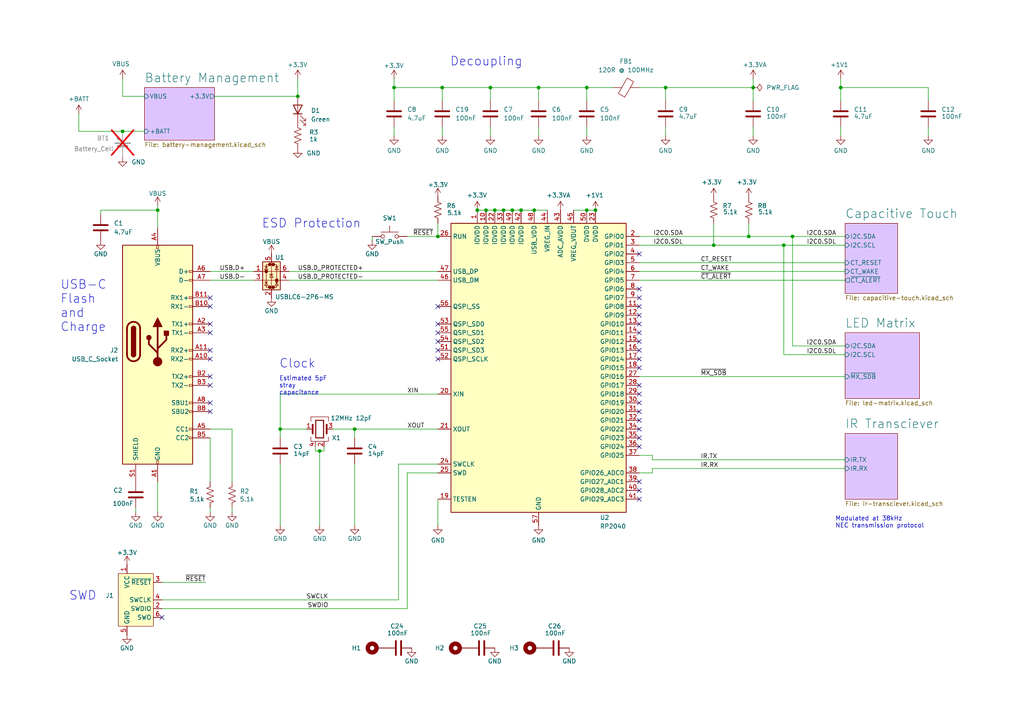
<source format=kicad_sch>
(kicad_sch (version 20250114) (generator "eeschema") (generator_version "9.0")
  (paper "A4")
  (title_block (title "Microcouple") (date "2025-04-27") (rev "A") (company "George Sleen"))
  (text_box "Decoupling" (at 129.54 15.24 0) (size 24.13 5.08) (margins 0.9525 0.9525 0.9525 0.9525) (stroke (width -0.0001)) (effects (font (size 2.54 2.54)) (justify left top)))
  (text_box "Estimated 5pF stray capacitance" (at 80.01 107.95 0) (size 19.05 3.81) (margins 0.9525 0.9525 0.9525 0.9525) (stroke (width -0.0001)) (effects (font (size 1.27 1.27)) (justify left top)))
  (text_box "USB-C Flash and Charge" (at 16.51 80.01 0) (size 19.05 17.78) (margins 0.9525 0.9525 0.9525 0.9525) (stroke (width -0.0001)) (effects (font (size 2.54 2.54)) (justify left top)))
  (text_box "Clock" (at 80.01 102.87 0) (size 12.7 5.08) (margins 0.9525 0.9525 0.9525 0.9525) (stroke (width -0.0001)) (effects (font (size 2.54 2.54)) (justify left top)))
  (text_box "SWD" (at 19.05 170.18 0) (size 11.43 5.08) (margins 0.9525 0.9525 0.9525 0.9525) (stroke (width -0.0001)) (effects (font (size 2.54 2.54)) (justify left top)))
  (text_box "Modulated at 38kHz\nNEC transmission protocol" (at 241.3 148.59 0) (size 29.21 5.08) (margins 0.9525 0.9525 0.9525 0.9525) (stroke (width -0.0001)) (effects (font (size 1.27 1.27)) (justify left top)))
  (text_box "ESD Protection" (at 74.93 62.23 0) (size 31.75 5.08) (margins 0.9525 0.9525 0.9525 0.9525) (stroke (width -0.0001)) (effects (font (size 2.54 2.54)) (justify left top)))
  (junction (at 45.72 60.96))
  (junction (at 193.04 25.4))
  (junction (at 114.3 25.4))
  (junction (at 81.28 124.46))
  (junction (at 140.97 60.96))
  (junction (at 127 68.58))
  (junction (at 156.21 25.4))
  (junction (at 170.18 60.96))
  (junction (at 35.56 38.1))
  (junction (at 229.87 68.58))
  (junction (at 207.01 71.12))
  (junction (at 172.72 60.96))
  (junction (at 218.44 25.4))
  (junction (at 128.27 25.4))
  (junction (at 138.43 60.96))
  (junction (at 146.05 60.96))
  (junction (at 154.94 60.96))
  (junction (at 92.71 130.81))
  (junction (at 86.36 27.94))
  (junction (at 148.59 60.96))
  (junction (at 102.87 124.46))
  (junction (at 243.84 25.4))
  (junction (at 170.18 25.4))
  (junction (at 227.33 71.12))
  (junction (at 143.51 60.96))
  (junction (at 151.13 60.96))
  (junction (at 142.24 25.4))
  (junction (at 217.17 68.58))
  (no_connect (at 185.42 73.66))
  (no_connect (at 185.42 106.68))
  (no_connect (at 60.96 104.14))
  (no_connect (at 127 104.14))
  (no_connect (at 185.42 111.76))
  (no_connect (at 60.96 86.36))
  (no_connect (at 185.42 93.98))
  (no_connect (at 185.42 129.54))
  (no_connect (at 185.42 86.36))
  (no_connect (at 60.96 101.6))
  (no_connect (at 60.96 88.9))
  (no_connect (at 185.42 114.3))
  (no_connect (at 185.42 144.78))
  (no_connect (at 46.99 179.07))
  (no_connect (at 127 99.06))
  (no_connect (at 185.42 96.52))
  (no_connect (at 185.42 99.06))
  (no_connect (at 60.96 96.52))
  (no_connect (at 185.42 142.24))
  (no_connect (at 127 96.52))
  (no_connect (at 185.42 127))
  (no_connect (at 127 101.6))
  (no_connect (at 185.42 124.46))
  (no_connect (at 60.96 119.38))
  (no_connect (at 127 88.9))
  (no_connect (at 185.42 104.14))
  (no_connect (at 60.96 116.84))
  (no_connect (at 185.42 139.7))
  (no_connect (at 127 93.98))
  (no_connect (at 185.42 83.82))
  (no_connect (at 185.42 101.6))
  (no_connect (at 60.96 109.22))
  (no_connect (at 60.96 93.98))
  (no_connect (at 185.42 88.9))
  (no_connect (at 185.42 91.44))
  (no_connect (at 185.42 121.92))
  (no_connect (at 185.42 119.38))
  (no_connect (at 185.42 116.84))
  (no_connect (at 60.96 111.76))
  (wire (pts (xy 193.04 25.4) (xy 193.04 29.21)))
  (wire (pts (xy 22.86 38.1) (xy 35.56 38.1)))
  (wire (pts (xy 118.11 137.16) (xy 118.11 176.53)))
  (wire (pts (xy 67.31 139.7) (xy 67.31 124.46)))
  (wire (pts (xy 67.31 124.46) (xy 60.96 124.46)))
  (wire (pts (xy 114.3 29.21) (xy 114.3 25.4)))
  (wire (pts (xy 45.72 59.69) (xy 45.72 60.96)))
  (wire (pts (xy 86.36 22.86) (xy 86.36 27.94)))
  (wire (pts (xy 229.87 68.58) (xy 245.11 68.58)))
  (wire (pts (xy 81.28 114.3) (xy 81.28 124.46)))
  (wire (pts (xy 67.31 148.59) (xy 67.31 147.32)))
  (wire (pts (xy 83.82 81.28) (xy 127 81.28)))
  (wire (pts (xy 60.96 148.59) (xy 60.96 147.32)))
  (wire (pts (xy 114.3 25.4) (xy 128.27 25.4)))
  (wire (pts (xy 185.42 76.2) (xy 245.11 76.2)))
  (wire (pts (xy 29.21 60.96) (xy 45.72 60.96)))
  (wire (pts (xy 60.96 81.28) (xy 73.66 81.28)))
  (wire (pts (xy 185.42 68.58) (xy 217.17 68.58)))
  (wire (pts (xy 102.87 152.4) (xy 102.87 134.62)))
  (wire (pts (xy 93.98 130.81) (xy 93.98 129.54)))
  (wire (pts (xy 81.28 152.4) (xy 81.28 134.62)))
  (wire (pts (xy 148.59 60.96) (xy 151.13 60.96)))
  (wire (pts (xy 227.33 102.87) (xy 227.33 71.12)))
  (wire (pts (xy 45.72 60.96) (xy 45.72 66.04)))
  (wire (pts (xy 59.69 168.91) (xy 46.99 168.91)))
  (wire (pts (xy 128.27 25.4) (xy 128.27 29.21)))
  (wire (pts (xy 185.42 109.22) (xy 245.11 109.22)))
  (wire (pts (xy 92.71 130.81) (xy 93.98 130.81)))
  (wire (pts (xy 243.84 25.4) (xy 243.84 29.21)))
  (wire (pts (xy 127 64.77) (xy 127 68.58)))
  (wire (pts (xy 185.42 81.28) (xy 245.11 81.28)))
  (wire (pts (xy 218.44 36.83) (xy 218.44 39.37)))
  (wire (pts (xy 218.44 25.4) (xy 218.44 29.21)))
  (wire (pts (xy 35.56 22.86) (xy 35.56 27.94)))
  (wire (pts (xy 35.56 27.94) (xy 41.91 27.94)))
  (wire (pts (xy 39.37 148.59) (xy 39.37 147.32)))
  (wire (pts (xy 170.18 60.96) (xy 166.37 60.96)))
  (wire (pts (xy 60.96 139.7) (xy 60.96 127)))
  (wire (pts (xy 81.28 124.46) (xy 81.28 127)))
  (wire (pts (xy 29.21 62.23) (xy 29.21 60.96)))
  (wire (pts (xy 243.84 36.83) (xy 243.84 39.37)))
  (wire (pts (xy 156.21 25.4) (xy 170.18 25.4)))
  (wire (pts (xy 243.84 25.4) (xy 269.24 25.4)))
  (wire (pts (xy 245.11 102.87) (xy 227.33 102.87)))
  (wire (pts (xy 92.71 152.4) (xy 92.71 130.81)))
  (wire (pts (xy 60.96 78.74) (xy 73.66 78.74)))
  (wire (pts (xy 142.24 36.83) (xy 142.24 39.37)))
  (wire (pts (xy 114.3 22.86) (xy 114.3 25.4)))
  (wire (pts (xy 81.28 114.3) (xy 127 114.3)))
  (wire (pts (xy 115.57 173.99) (xy 115.57 134.62)))
  (wire (pts (xy 62.23 27.94) (xy 86.36 27.94)))
  (wire (pts (xy 35.56 38.1) (xy 41.91 38.1)))
  (wire (pts (xy 243.84 22.86) (xy 243.84 25.4)))
  (wire (pts (xy 189.23 135.89) (xy 245.11 135.89)))
  (wire (pts (xy 189.23 132.08) (xy 185.42 132.08)))
  (wire (pts (xy 217.17 68.58) (xy 229.87 68.58)))
  (wire (pts (xy 207.01 71.12) (xy 227.33 71.12)))
  (wire (pts (xy 172.72 60.96) (xy 170.18 60.96)))
  (wire (pts (xy 193.04 25.4) (xy 218.44 25.4)))
  (wire (pts (xy 189.23 135.89) (xy 189.23 137.16)))
  (wire (pts (xy 128.27 25.4) (xy 142.24 25.4)))
  (wire (pts (xy 22.86 38.1) (xy 22.86 33.02)))
  (wire (pts (xy 118.11 68.58) (xy 127 68.58)))
  (wire (pts (xy 189.23 137.16) (xy 185.42 137.16)))
  (wire (pts (xy 146.05 60.96) (xy 148.59 60.96)))
  (wire (pts (xy 115.57 134.62) (xy 127 134.62)))
  (wire (pts (xy 138.43 60.96) (xy 140.97 60.96)))
  (wire (pts (xy 142.24 25.4) (xy 142.24 29.21)))
  (wire (pts (xy 91.44 130.81) (xy 92.71 130.81)))
  (wire (pts (xy 189.23 132.08) (xy 189.23 133.35)))
  (wire (pts (xy 88.9 124.46) (xy 81.28 124.46)))
  (wire (pts (xy 207.01 71.12) (xy 185.42 71.12)))
  (wire (pts (xy 102.87 124.46) (xy 127 124.46)))
  (wire (pts (xy 185.42 78.74) (xy 245.11 78.74)))
  (wire (pts (xy 229.87 100.33) (xy 245.11 100.33)))
  (wire (pts (xy 45.72 148.59) (xy 45.72 139.7)))
  (wire (pts (xy 170.18 36.83) (xy 170.18 39.37)))
  (wire (pts (xy 207.01 64.77) (xy 207.01 71.12)))
  (wire (pts (xy 46.99 176.53) (xy 118.11 176.53)))
  (wire (pts (xy 218.44 22.86) (xy 218.44 25.4)))
  (wire (pts (xy 102.87 124.46) (xy 102.87 127)))
  (wire (pts (xy 156.21 36.83) (xy 156.21 39.37)))
  (wire (pts (xy 140.97 60.96) (xy 143.51 60.96)))
  (wire (pts (xy 170.18 25.4) (xy 177.8 25.4)))
  (wire (pts (xy 154.94 60.96) (xy 158.75 60.96)))
  (wire (pts (xy 151.13 60.96) (xy 154.94 60.96)))
  (wire (pts (xy 96.52 124.46) (xy 102.87 124.46)))
  (wire (pts (xy 83.82 78.74) (xy 127 78.74)))
  (wire (pts (xy 107.95 69.85) (xy 107.95 68.58)))
  (wire (pts (xy 91.44 130.81) (xy 91.44 129.54)))
  (wire (pts (xy 189.23 133.35) (xy 245.11 133.35)))
  (wire (pts (xy 227.33 71.12) (xy 245.11 71.12)))
  (wire (pts (xy 217.17 64.77) (xy 217.17 68.58)))
  (wire (pts (xy 114.3 39.37) (xy 114.3 36.83)))
  (wire (pts (xy 269.24 25.4) (xy 269.24 29.21)))
  (wire (pts (xy 127 152.4) (xy 127 144.78)))
  (wire (pts (xy 185.42 25.4) (xy 193.04 25.4)))
  (wire (pts (xy 229.87 68.58) (xy 229.87 100.33)))
  (wire (pts (xy 170.18 25.4) (xy 170.18 29.21)))
  (wire (pts (xy 143.51 60.96) (xy 146.05 60.96)))
  (wire (pts (xy 46.99 173.99) (xy 115.57 173.99)))
  (wire (pts (xy 156.21 25.4) (xy 156.21 29.21)))
  (wire (pts (xy 128.27 36.83) (xy 128.27 39.37)))
  (wire (pts (xy 193.04 39.37) (xy 193.04 36.83)))
  (wire (pts (xy 156.21 25.4) (xy 142.24 25.4)))
  (wire (pts (xy 118.11 137.16) (xy 127 137.16)))
  (wire (pts (xy 269.24 39.37) (xy 269.24 36.83)))
  (label "XOUT" (at 118.11 124.46 0))
  (label "I2C0.SDA" (at 242.57 100.33 180))
  (label "I2C0.SDA" (at 242.57 68.58 180))
  (label "USB.D_PROTECTED-" (at 86.36 81.28 0))
  (label "~{MX_SDB}" (at 203.2 109.22 0))
  (label "I2C0.SDL" (at 242.57 71.12 180))
  (label "USB.D-" (at 71.12 81.28 180))
  (label "~{CT_ALERT}" (at 203.2 81.28 0))
  (label "~{RESET}" (at 59.69 168.91 180))
  (label "I2C0.SDL" (at 242.57 102.87 180))
  (label "XIN" (at 118.11 114.3 0))
  (label "SWCLK" (at 95.25 173.99 180))
  (label "USB.D_PROTECTED+" (at 86.36 78.74 0))
  (label "I2C0.SDA" (at 198.12 68.58 180))
  (label "USB.D+" (at 71.12 78.74 180))
  (label "I2C0.SDL" (at 198.12 71.12 180))
  (label "CT_WAKE" (at 203.2 78.74 0))
  (label "SWDIO" (at 95.25 176.53 180))
  (label "IR.RX" (at 203.2 135.89 0))
  (label "IR.TX" (at 203.2 133.35 0))
  (label "CT_RESET" (at 203.2 76.2 0))
  (label "~{RESET}" (at 125.73 68.58 180))
  (symbol (lib_id "GS_Capacitor_0402:C_0402_100nF") (at 156.21 33.02 0) (unit 1)
    (property "Reference" "C6" (at 160.02 31.7499 0) (effects (justify left)))
    (property "Value" "100nF" (at 160.02 34.2899 0) (effects (justify left)))
    (property "Footprint" "GS_Capacitors:C_0402_1005Metric" (effects (hide yes)))
    (property "Datasheet" "https://www.lcsc.com/datasheet/lcsc_datasheet_2410121315_CCTC-TCC0402X5R104K160AT_C344189.pdf" (effects (hide yes)))
    (property "Description" "100nF 10% Unpolarized Capacitor, 16V Max Voltage, X5R" (effects (hide yes)))
    (property "Manufacturer" "CCTC" (effects (hide yes)))
    (property "Package" "0402" (effects (hide yes)))
    (property "LCSC ID" "C344189" (effects (hide yes)))
    (property "Mfr. Part #" "TCC0402X5R104K160AT" (effects (hide yes)))
  )
  (symbol (lib_id "power:GND") (at 29.21 69.85 0) (mirror y) (unit 1)
    (property "Reference" "#PWR02" (effects (hide yes)))
    (property "Value" "GND" (at 29.21 73.66 0))
    (property "Description" "Power symbol creates a global label with name \"GND\" , ground" (effects (hide yes)))
  )
  (symbol (lib_id "power:GND") (at 60.96 148.59 0) (unit 1)
    (property "Reference" "#PWR010" (effects (hide yes)))
    (property "Value" "GND" (at 60.96 152.4 0))
    (property "Description" "Power symbol creates a global label with name \"GND\" , ground" (effects (hide yes)))
  )
  (symbol (lib_id "Mechanical:MountingHole_Pad") (at 154.94 187.96 90) (mirror x) (unit 1) (in_bom no)
    (property "Reference" "H3" (at 149.098 187.96 90))
    (property "Value" "MountingHole_Pad" (effects (hide yes)))
    (property "Footprint" "MountingHole:MountingHole_2.2mm_M2_DIN965_Pad" (effects (hide yes)))
    (property "Description" "Mounting Hole with connection" (effects (hide yes)))
  )
  (symbol (lib_id "GS_Resistor_0402:R_0402_5.1k") (at 127 60.96 0) (unit 1)
    (property "Reference" "R6" (at 129.54 59.6899 0) (effects (justify left)))
    (property "Value" "5.1k" (at 131.826 61.722 0))
    (property "Footprint" "GS_Resistors:R_0402_1005Metric" (effects (hide yes)))
    (property "Datasheet" "https://www.lcsc.com/datasheet/lcsc_datasheet_2411220041_FH--Guangdong-Fenghua-Advanced-Tech-RC-02K512JT_C453708.pdf" (effects (hide yes)))
    (property "Description" "5.1k 5% Resistor, 62.5mW Max Power, 50V Max Voltage, 100ppm" (effects (hide yes)))
    (property "Manufacturer" "FH (Guangdong Fenghua Advanced Tech)" (effects (hide yes)))
    (property "Mfr. Part #" "RC-02K512JT" (effects (hide yes)))
    (property "LCSC ID" "C453708" (effects (hide yes)))
    (property "Package" "0402" (effects (hide yes)))
  )
  (symbol (lib_id "GS_Capacitor_0402:C_0402_100nF") (at 39.37 143.51 0) (mirror y) (unit 1)
    (property "Reference" "C2" (at 35.56 142.2399 0) (effects (justify left)))
    (property "Value" "100nF" (at 38.735 146.05 0) (effects (justify left)))
    (property "Footprint" "GS_Capacitors:C_0402_1005Metric" (effects (hide yes)))
    (property "Datasheet" "https://www.lcsc.com/datasheet/lcsc_datasheet_2410121315_CCTC-TCC0402X5R104K160AT_C344189.pdf" (effects (hide yes)))
    (property "Description" "100nF 10% Unpolarized Capacitor, 16V Max Voltage, X5R" (effects (hide yes)))
    (property "Manufacturer" "CCTC" (effects (hide yes)))
    (property "Package" "0402" (effects (hide yes)))
    (property "LCSC ID" "C344189" (effects (hide yes)))
    (property "Mfr. Part #" "TCC0402X5R104K160AT" (effects (hide yes)))
  )
  (symbol (lib_id "GS_Capacitor_0402:C_0402_4.7uF") (at 243.84 33.02 0) (unit 1)
    (property "Reference" "C11" (at 247.65 31.7499 0) (effects (justify left)))
    (property "Value" "4.7uF" (at 247.65 33.782 0) (effects (justify left)))
    (property "Footprint" "GS_Capacitors:C_0402_1005Metric" (effects (hide yes)))
    (property "Datasheet" "https://www.lcsc.com/datasheet/lcsc_datasheet_2410121858_Murata-Electronics-GRM155R60J475ME87D_C76996.pdf" (effects (hide yes)))
    (property "Description" "4.7uF 20% Unpolarized capacitor, 6.3V Max Voltage, X5R" (effects (hide yes)))
    (property "Manufacturer" "Murata Electronics" (effects (hide yes)))
    (property "Mfr. Part #" "GRM155R60J475ME87D" (effects (hide yes)))
    (property "LCSC ID" "C76996" (effects (hide yes)))
    (property "Package" "0402" (effects (hide yes)))
  )
  (symbol (lib_id "power:GND") (at 81.28 152.4 0) (unit 1)
    (property "Reference" "#PWR014" (effects (hide yes)))
    (property "Value" "GND" (at 81.28 156.21 0))
    (property "Description" "Power symbol creates a global label with name \"GND\" , ground" (effects (hide yes)))
  )
  (symbol (lib_id "power:GND") (at 114.3 39.37 0) (unit 1)
    (property "Reference" "#PWR031" (effects (hide yes)))
    (property "Value" "GND" (at 112.268 43.688 0) (effects (justify left)))
    (property "Description" "Power symbol creates a global label with name \"GND\" , ground" (effects (hide yes)))
  )
  (symbol (lib_id "Mechanical:MountingHole_Pad") (at 109.22 187.96 90) (mirror x) (unit 1) (in_bom no)
    (property "Reference" "H1" (at 103.378 187.96 90))
    (property "Value" "MountingHole_Pad" (effects (hide yes)))
    (property "Footprint" "MountingHole:MountingHole_2.2mm_M2_DIN965_Pad" (effects (hide yes)))
    (property "Description" "Mounting Hole with connection" (effects (hide yes)))
  )
  (symbol (lib_id "power:+3.3V") (at 86.36 22.86 0) (unit 1)
    (property "Reference" "#PWR016" (effects (hide yes)))
    (property "Value" "+3.3V" (at 83.312 18.796 0) (effects (justify left)))
    (property "Description" "Power symbol creates a global label with name \"+3.3V\"" (effects (hide yes)))
  )
  (symbol (lib_id "power:+3.3V") (at 114.3 22.86 0) (unit 1)
    (property "Reference" "#PWR028" (effects (hide yes)))
    (property "Value" "+3.3V" (at 111.252 19.05 0) (effects (justify left)))
    (property "Description" "Power symbol creates a global label with name \"+3.3V\"" (effects (hide yes)))
  )
  (symbol (lib_id "GS_Resistor_0402:R_0402_5.1k") (at 217.17 60.96 0) (unit 1)
    (property "Reference" "R8" (at 219.71 59.6899 0) (effects (justify left)))
    (property "Value" "5.1k" (at 211.836 61.468 0))
    (property "Footprint" "GS_Resistors:R_0402_1005Metric" (effects (hide yes)))
    (property "Datasheet" "https://www.lcsc.com/datasheet/lcsc_datasheet_2411220041_FH--Guangdong-Fenghua-Advanced-Tech-RC-02K512JT_C453708.pdf" (effects (hide yes)))
    (property "Description" "5.1k 5% Resistor, 62.5mW Max Power, 50V Max Voltage, 100ppm" (effects (hide yes)))
    (property "Manufacturer" "FH (Guangdong Fenghua Advanced Tech)" (effects (hide yes)))
    (property "Mfr. Part #" "RC-02K512JT" (effects (hide yes)))
    (property "LCSC ID" "C453708" (effects (hide yes)))
    (property "Package" "0402" (effects (hide yes)))
  )
  (symbol (lib_id "power:GND") (at 119.38 187.96 0) (mirror y) (unit 1)
    (property "Reference" "#PWR079" (effects (hide yes)))
    (property "Value" "GND" (at 119.38 191.77 0))
    (property "Description" "Power symbol creates a global label with name \"GND\" , ground" (effects (hide yes)))
  )
  (symbol (lib_id "power:GND") (at 107.95 69.85 0) (unit 1)
    (property "Reference" "#PWR020" (effects (hide yes)))
    (property "Value" "GND" (at 107.95 73.66 0))
    (property "Description" "Power symbol creates a global label with name \"GND\" , ground" (effects (hide yes)))
  )
  (symbol (lib_id "power:GND") (at 193.04 39.37 0) (mirror y) (unit 1)
    (property "Reference" "#PWR032" (effects (hide yes)))
    (property "Value" "GND" (at 191.008 43.688 0) (effects (justify right)))
    (property "Description" "Power symbol creates a global label with name \"GND\" , ground" (effects (hide yes)))
  )
  (symbol (lib_id "Mechanical:MountingHole_Pad") (at 133.35 187.96 90) (mirror x) (unit 1) (in_bom no)
    (property "Reference" "H2" (at 127.508 187.96 90))
    (property "Value" "MountingHole_Pad" (effects (hide yes)))
    (property "Footprint" "MountingHole:MountingHole_2.2mm_M2_DIN965_Pad" (effects (hide yes)))
    (property "Description" "Mounting Hole with connection" (effects (hide yes)))
  )
  (symbol (lib_id "power:GND") (at 45.72 148.59 0) (unit 1)
    (property "Reference" "#PWR09" (effects (hide yes)))
    (property "Value" "GND" (at 45.72 152.4 0))
    (property "Description" "Power symbol creates a global label with name \"GND\" , ground" (effects (hide yes)))
  )
  (symbol (lib_id "power:GND") (at 156.21 152.4 0) (unit 1)
    (property "Reference" "#PWR027" (effects (hide yes)))
    (property "Value" "GND" (at 154.178 156.718 0) (effects (justify left)))
    (property "Description" "Power symbol creates a global label with name \"GND\" , ground" (effects (hide yes)))
  )
  (symbol (lib_id "GS_Capacitor_0402:C_0402_100nF") (at 170.18 33.02 0) (unit 1)
    (property "Reference" "C5" (at 173.99 31.7499 0) (effects (justify left)))
    (property "Value" "100nF" (at 173.99 34.2899 0) (effects (justify left)))
    (property "Footprint" "GS_Capacitors:C_0402_1005Metric" (effects (hide yes)))
    (property "Datasheet" "https://www.lcsc.com/datasheet/lcsc_datasheet_2410121315_CCTC-TCC0402X5R104K160AT_C344189.pdf" (effects (hide yes)))
    (property "Description" "100nF 10% Unpolarized Capacitor, 16V Max Voltage, X5R" (effects (hide yes)))
    (property "Manufacturer" "CCTC" (effects (hide yes)))
    (property "Package" "0402" (effects (hide yes)))
    (property "LCSC ID" "C344189" (effects (hide yes)))
    (property "Mfr. Part #" "TCC0402X5R104K160AT" (effects (hide yes)))
  )
  (symbol (lib_id "GS_Capacitor_0402:C_0402_100nF") (at 161.29 187.96 90) (unit 1)
    (property "Reference" "C26" (at 162.814 181.61 90) (effects (justify left)))
    (property "Value" "100nF" (at 164.084 183.642 90) (effects (justify left)))
    (property "Footprint" "GS_Capacitors:C_0402_1005Metric" (effects (hide yes)))
    (property "Datasheet" "https://www.lcsc.com/datasheet/lcsc_datasheet_2410121315_CCTC-TCC0402X5R104K160AT_C344189.pdf" (effects (hide yes)))
    (property "Description" "100nF 10% Unpolarized Capacitor, 16V Max Voltage, X5R" (effects (hide yes)))
    (property "Manufacturer" "CCTC" (effects (hide yes)))
    (property "Package" "0402" (effects (hide yes)))
    (property "LCSC ID" "C344189" (effects (hide yes)))
    (property "Mfr. Part #" "TCC0402X5R104K160AT" (effects (hide yes)))
  )
  (symbol (lib_id "GS_MCU:RP2040") (at 156.21 106.68 0) (unit 1)
    (property "Reference" "U2" (at 173.99 150.114 0) (effects (justify left)))
    (property "Value" "RP2040" (at 173.99 152.654 0) (effects (justify left)))
    (property "Footprint" "Package_DFN_QFN:QFN-56-1EP_7x7mm_P0.4mm_EP3.2x3.2mm" (effects (hide yes)))
    (property "Datasheet" "https://datasheets.raspberrypi.com/rp2040/rp2040-datasheet.pdf" (effects (hide yes)))
    (property "Description" "A microcontroller by Raspberry Pi" (effects (hide yes)))
    (property "LCSC ID" "C2040" (effects (hide yes)))
    (property "Manufacturer" "Raspberry Pi" (effects (hide yes)))
    (property "Mfr. Part #" "RP2040" (effects (hide yes)))
    (property "Package" "LQFN-56(7x7)" (effects (hide yes)))
  )
  (symbol (lib_id "GS_Resistor_0402:R_0402_5.1k") (at 67.31 143.51 0) (mirror x) (unit 1)
    (property "Reference" "R2" (at 69.596 142.494 0) (effects (justify left)))
    (property "Value" "5.1k" (at 71.628 144.78 0))
    (property "Footprint" "GS_Resistors:R_0402_1005Metric" (effects (hide yes)))
    (property "Datasheet" "https://www.lcsc.com/datasheet/lcsc_datasheet_2411220041_FH--Guangdong-Fenghua-Advanced-Tech-RC-02K512JT_C453708.pdf" (effects (hide yes)))
    (property "Description" "5.1k 5% Resistor, 62.5mW Max Power, 50V Max Voltage, 100ppm" (effects (hide yes)))
    (property "Manufacturer" "FH (Guangdong Fenghua Advanced Tech)" (effects (hide yes)))
    (property "Mfr. Part #" "RC-02K512JT" (effects (hide yes)))
    (property "LCSC ID" "C453708" (effects (hide yes)))
    (property "Package" "0402" (effects (hide yes)))
  )
  (symbol (lib_id "GS_Capacitor_0402:C_0402_100nF") (at 218.44 33.02 0) (unit 1)
    (property "Reference" "C10" (at 222.25 31.7499 0) (effects (justify left)))
    (property "Value" "100nF" (at 222.25 33.782 0) (effects (justify left)))
    (property "Footprint" "GS_Capacitors:C_0402_1005Metric" (effects (hide yes)))
    (property "Datasheet" "https://www.lcsc.com/datasheet/lcsc_datasheet_2410121315_CCTC-TCC0402X5R104K160AT_C344189.pdf" (effects (hide yes)))
    (property "Description" "100nF 10% Unpolarized Capacitor, 16V Max Voltage, X5R" (effects (hide yes)))
    (property "Manufacturer" "CCTC" (effects (hide yes)))
    (property "Package" "0402" (effects (hide yes)))
    (property "LCSC ID" "C344189" (effects (hide yes)))
    (property "Mfr. Part #" "TCC0402X5R104K160AT" (effects (hide yes)))
  )
  (symbol (lib_id "GS_Capacitor_0402:C_0402_14pF") (at 102.87 130.81 0) (unit 1)
    (property "Reference" "C4" (at 106.68 129.5399 0) (effects (justify left)))
    (property "Value" "14pF" (at 106.68 131.572 0) (effects (justify left)))
    (property "Footprint" "GS_Capacitors:C_0402_1005Metric" (effects (hide yes)))
    (property "Datasheet" "https://www.lcsc.com/datasheet/lcsc_datasheet_2411220213_FH--Guangdong-Fenghua-Advanced-Tech-0402CG140J500NT_C3037644.pdf" (effects (hide yes)))
    (property "Description" "14pF 5% Unpolarized Capacitor, 50V Max Voltage, C0G" (effects (hide yes)))
    (property "Manufacturer" "FH (Guangdong Fenghua Advanced Tech)" (effects (hide yes)))
    (property "Mfr. Part #" "0402CG140J500NT" (effects (hide yes)))
    (property "LCSC ID" "C3037644" (effects (hide yes)))
    (property "Package" "0402" (effects (hide yes)))
  )
  (symbol (lib_id "power:GND") (at 269.24 39.37 0) (unit 1)
    (property "Reference" "#PWR039" (effects (hide yes)))
    (property "Value" "GND" (at 267.208 43.688 0) (effects (justify left)))
    (property "Description" "Power symbol creates a global label with name \"GND\" , ground" (effects (hide yes)))
  )
  (symbol (lib_id "power:GND") (at 243.84 39.37 0) (unit 1)
    (property "Reference" "#PWR037" (effects (hide yes)))
    (property "Value" "GND" (at 241.808 43.688 0) (effects (justify left)))
    (property "Description" "Power symbol creates a global label with name \"GND\" , ground" (effects (hide yes)))
  )
  (symbol (lib_id "power:GND") (at 78.74 86.36 0) (unit 1)
    (property "Reference" "#PWR013" (effects (hide yes)))
    (property "Value" "GND" (at 78.74 90.17 0))
    (property "Description" "Power symbol creates a global label with name \"GND\" , ground" (effects (hide yes)))
  )
  (symbol (lib_id "power:+3.3V") (at 217.17 57.15 0) (mirror y) (unit 1)
    (property "Reference" "#PWR035" (effects (hide yes)))
    (property "Value" "+3.3V" (at 213.614 52.832 0) (effects (justify right)))
    (property "Description" "Power symbol creates a global label with name \"+3.3V\"" (effects (hide yes)))
  )
  (symbol (lib_id "power:+3.3V") (at 36.83 163.83 0) (unit 1)
    (property "Reference" "#PWR05" (effects (hide yes)))
    (property "Value" "+3.3V" (at 36.83 160.274 0))
    (property "Description" "Power symbol creates a global label with name \"+3.3V\"" (effects (hide yes)))
  )
  (symbol (lib_id "power:+3.3V") (at 127 57.15 0) (unit 1)
    (property "Reference" "#PWR022" (effects (hide yes)))
    (property "Value" "+3.3V" (at 127 53.594 0))
    (property "Description" "Power symbol creates a global label with name \"+3.3V\"" (effects (hide yes)))
  )
  (symbol (lib_id "GS_Resistor_0402:R_0402_5.1k") (at 207.01 60.96 0) (unit 1)
    (property "Reference" "R7" (at 209.55 59.6899 0) (effects (justify left)))
    (property "Value" "5.1k" (at 221.996 61.468 0))
    (property "Footprint" "GS_Resistors:R_0402_1005Metric" (effects (hide yes)))
    (property "Datasheet" "https://www.lcsc.com/datasheet/lcsc_datasheet_2411220041_FH--Guangdong-Fenghua-Advanced-Tech-RC-02K512JT_C453708.pdf" (effects (hide yes)))
    (property "Description" "5.1k 5% Resistor, 62.5mW Max Power, 50V Max Voltage, 100ppm" (effects (hide yes)))
    (property "Manufacturer" "FH (Guangdong Fenghua Advanced Tech)" (effects (hide yes)))
    (property "Mfr. Part #" "RC-02K512JT" (effects (hide yes)))
    (property "LCSC ID" "C453708" (effects (hide yes)))
    (property "Package" "0402" (effects (hide yes)))
  )
  (symbol (lib_id "GS_Capacitor_0402:C_0402_100nF") (at 115.57 187.96 90) (unit 1)
    (property "Reference" "C24" (at 117.094 181.61 90) (effects (justify left)))
    (property "Value" "100nF" (at 118.364 183.642 90) (effects (justify left)))
    (property "Footprint" "GS_Capacitors:C_0402_1005Metric" (effects (hide yes)))
    (property "Datasheet" "https://www.lcsc.com/datasheet/lcsc_datasheet_2410121315_CCTC-TCC0402X5R104K160AT_C344189.pdf" (effects (hide yes)))
    (property "Description" "100nF 10% Unpolarized Capacitor, 16V Max Voltage, X5R" (effects (hide yes)))
    (property "Manufacturer" "CCTC" (effects (hide yes)))
    (property "Package" "0402" (effects (hide yes)))
    (property "LCSC ID" "C344189" (effects (hide yes)))
    (property "Mfr. Part #" "TCC0402X5R104K160AT" (effects (hide yes)))
  )
  (symbol (lib_id "GS_Capacitor_0402:C_0402_100nF") (at 142.24 33.02 0) (unit 1)
    (property "Reference" "C7" (at 146.05 31.7499 0) (effects (justify left)))
    (property "Value" "100nF" (at 146.05 34.2899 0) (effects (justify left)))
    (property "Footprint" "GS_Capacitors:C_0402_1005Metric" (effects (hide yes)))
    (property "Datasheet" "https://www.lcsc.com/datasheet/lcsc_datasheet_2410121315_CCTC-TCC0402X5R104K160AT_C344189.pdf" (effects (hide yes)))
    (property "Description" "100nF 10% Unpolarized Capacitor, 16V Max Voltage, X5R" (effects (hide yes)))
    (property "Manufacturer" "CCTC" (effects (hide yes)))
    (property "Package" "0402" (effects (hide yes)))
    (property "LCSC ID" "C344189" (effects (hide yes)))
    (property "Mfr. Part #" "TCC0402X5R104K160AT" (effects (hide yes)))
  )
  (symbol (lib_id "Connector:Conn_ARM_SWD_TagConnect_TC2030-NL") (at 39.37 173.99 0) (unit 1) (in_bom no)
    (property "Reference" "J1" (at 33.02 172.7199 0) (effects (justify right)))
    (property "Value" "Conn_ARM_SWD_TagConnect_TC2030-NL" (effects (hide yes)))
    (property "Footprint" "Connector:Tag-Connect_TC2030-IDC-NL_2x03_P1.27mm_Vertical" (effects (hide yes)))
    (property "Datasheet" "https://www.tag-connect.com/wp-content/uploads/bsk-pdf-manager/TC2030-CTX_1.pdf" (effects (hide yes)))
    (property "Description" "Tag-Connect ARM Cortex SWD JTAG connector, 6 pin, no legs" (effects (hide yes)))
  )
  (symbol (lib_id "GS_Switches:SW_Push_B3U-1000P") (at 113.03 68.58 0) (unit 1)
    (property "Reference" "SW1" (at 113.03 63.246 0))
    (property "Value" "SW_Push" (at 113.03 70.104 0))
    (property "Footprint" "Button_Switch_SMD:SW_SPST_B3U-1000P" (effects (hide yes)))
    (property "Datasheet" "https://www.lcsc.com/datasheet/lcsc_datasheet_2504101957_Omron-Electronics-B3U-1000P_C231329.pdf" (effects (hide yes)))
    (property "Description" "Push button switch, generic, two pins" (effects (hide yes)))
    (property "Manufacturer" "Omron Electronics" (effects (hide yes)))
    (property "Mfr. Part #" "B3U-1000P" (effects (hide yes)))
    (property "LCSC ID" "C231329" (effects (hide yes)))
    (property "Package" "SMD, 2.5x3mm" (effects (hide yes)))
  )
  (symbol (lib_id "GS_Connectors:USB_C_Socket") (at 45.72 99.06 0) (unit 1)
    (property "Reference" "J2" (at 34.29 101.5999 0) (effects (justify right)))
    (property "Value" "USB_C_Socket" (at 34.29 104.1399 0) (effects (justify right)))
    (property "Footprint" "GS_Connectors:USB-C-SMD" (effects (hide yes)))
    (property "Datasheet" "https://www.lcsc.com/datasheet/lcsc_datasheet_2409272302_SHOU-HAN-TYPE-C-24P-QT_C2681555.pdf" (effects (hide yes)))
    (property "Description" "USB Type-C Socket connector" (effects (hide yes)))
    (property "LCSC ID" "C2681555" (effects (hide yes)))
    (property "Manufacturer" "SHOU HAN" (effects (hide yes)))
    (property "Mfr. Part #" "TYPE-C 24P QT" (effects (hide yes)))
    (property "Package" "SMD" (effects (hide yes)))
  )
  (symbol (lib_id "power:VBUS") (at 35.56 22.86 0) (unit 1)
    (property "Reference" "#PWR03" (effects (hide yes)))
    (property "Value" "VBUS" (at 32.512 18.542 0) (effects (justify left)))
    (property "Description" "Power symbol creates a global label with name \"VBUS\"" (effects (hide yes)))
  )
  (symbol (lib_id "GS_Capacitor_0402:C_0402_14pF") (at 81.28 130.81 0) (unit 1)
    (property "Reference" "C3" (at 85.09 129.5399 0) (effects (justify left)))
    (property "Value" "14pF" (at 85.09 131.572 0) (effects (justify left)))
    (property "Footprint" "GS_Capacitors:C_0402_1005Metric" (effects (hide yes)))
    (property "Datasheet" "https://www.lcsc.com/datasheet/lcsc_datasheet_2411220213_FH--Guangdong-Fenghua-Advanced-Tech-0402CG140J500NT_C3037644.pdf" (effects (hide yes)))
    (property "Description" "14pF 5% Unpolarized Capacitor, 50V Max Voltage, C0G" (effects (hide yes)))
    (property "Manufacturer" "FH (Guangdong Fenghua Advanced Tech)" (effects (hide yes)))
    (property "Mfr. Part #" "0402CG140J500NT" (effects (hide yes)))
    (property "LCSC ID" "C3037644" (effects (hide yes)))
    (property "Package" "0402" (effects (hide yes)))
  )
  (symbol (lib_id "power:GND") (at 36.83 184.15 0) (unit 1)
    (property "Reference" "#PWR06" (effects (hide yes)))
    (property "Value" "GND" (at 36.83 187.96 0))
    (property "Description" "Power symbol creates a global label with name \"GND\" , ground" (effects (hide yes)))
  )
  (symbol (lib_id "power:GND") (at 67.31 148.59 0) (unit 1)
    (property "Reference" "#PWR011" (effects (hide yes)))
    (property "Value" "GND" (at 67.31 152.4 0))
    (property "Description" "Power symbol creates a global label with name \"GND\" , ground" (effects (hide yes)))
  )
  (symbol (lib_id "GS_Capacitor_0402:C_0402_100nF") (at 269.24 33.02 0) (unit 1)
    (property "Reference" "C12" (at 273.05 31.7499 0) (effects (justify left)))
    (property "Value" "100nF" (at 273.05 33.782 0) (effects (justify left)))
    (property "Footprint" "GS_Capacitors:C_0402_1005Metric" (effects (hide yes)))
    (property "Datasheet" "https://www.lcsc.com/datasheet/lcsc_datasheet_2410121315_CCTC-TCC0402X5R104K160AT_C344189.pdf" (effects (hide yes)))
    (property "Description" "100nF 10% Unpolarized Capacitor, 16V Max Voltage, X5R" (effects (hide yes)))
    (property "Manufacturer" "CCTC" (effects (hide yes)))
    (property "Package" "0402" (effects (hide yes)))
    (property "LCSC ID" "C344189" (effects (hide yes)))
    (property "Mfr. Part #" "TCC0402X5R104K160AT" (effects (hide yes)))
  )
  (symbol (lib_id "GS_Resistor_0402:R_0402_1k") (at 86.36 39.37 0) (unit 1)
    (property "Reference" "R3" (at 89.662 38.354 0) (effects (justify left)))
    (property "Value" "1k" (at 90.932 40.386 0))
    (property "Footprint" "GS_Resistors:R_0402_1005Metric" (effects (hide yes)))
    (property "Datasheet" "https://www.lcsc.com/datasheet/lcsc_datasheet_2411071710_FOJAN-FRC0402J102-TS_C2906899.pdf" (effects (hide yes)))
    (property "Description" "1k 5% Resistor, 62.5mW Max Power, 50V Max Voltage, 100ppm" (effects (hide yes)))
    (property "Manufacturer" "FOJAN" (effects (hide yes)))
    (property "Mfr. Part #" "FRC0402J102 TS" (effects (hide yes)))
    (property "LCSC ID" "C2906899" (effects (hide yes)))
    (property "Package" "0402" (effects (hide yes)))
  )
  (symbol (lib_id "power:+1V1") (at 243.84 22.86 0) (unit 1)
    (property "Reference" "#PWR038" (effects (hide yes)))
    (property "Value" "+1V1" (at 240.792 18.796 0) (effects (justify left)))
    (property "Description" "Power symbol creates a global label with name \"+1V1\"" (effects (hide yes)))
  )
  (symbol (lib_id "power:GND") (at 39.37 148.59 0) (unit 1)
    (property "Reference" "#PWR07" (effects (hide yes)))
    (property "Value" "GND" (at 39.37 152.4 0))
    (property "Description" "Power symbol creates a global label with name \"GND\" , ground" (effects (hide yes)))
  )
  (symbol (lib_id "power:GND") (at 35.56 45.72 0) (unit 1)
    (property "Reference" "#PWR04" (effects (hide yes)))
    (property "Value" "GND" (at 38.1 46.9899 0) (effects (justify left)))
    (property "Description" "Power symbol creates a global label with name \"GND\" , ground" (effects (hide yes)))
  )
  (symbol (lib_id "GS_Resistor_0402:R_0402_5.1k") (at 60.96 143.51 0) (mirror y) (unit 1)
    (property "Reference" "R1" (at 57.658 142.494 0) (effects (justify left)))
    (property "Value" "5.1k" (at 57.15 144.78 0))
    (property "Footprint" "GS_Resistors:R_0402_1005Metric" (effects (hide yes)))
    (property "Datasheet" "https://www.lcsc.com/datasheet/lcsc_datasheet_2411220041_FH--Guangdong-Fenghua-Advanced-Tech-RC-02K512JT_C453708.pdf" (effects (hide yes)))
    (property "Description" "5.1k 5% Resistor, 62.5mW Max Power, 50V Max Voltage, 100ppm" (effects (hide yes)))
    (property "Manufacturer" "FH (Guangdong Fenghua Advanced Tech)" (effects (hide yes)))
    (property "Mfr. Part #" "RC-02K512JT" (effects (hide yes)))
    (property "LCSC ID" "C453708" (effects (hide yes)))
    (property "Package" "0402" (effects (hide yes)))
  )
  (symbol (lib_id "power:VBUS") (at 45.72 59.69 0) (unit 1)
    (property "Reference" "#PWR08" (effects (hide yes)))
    (property "Value" "VBUS" (at 45.72 56.134 0))
    (property "Description" "Power symbol creates a global label with name \"VBUS\"" (effects (hide yes)))
  )
  (symbol (lib_id "GS_Capacitor_0402:C_0402_100nF") (at 128.27 33.02 0) (unit 1)
    (property "Reference" "C19" (at 132.08 31.7499 0) (effects (justify left)))
    (property "Value" "100nF" (at 132.08 34.2899 0) (effects (justify left)))
    (property "Footprint" "GS_Capacitors:C_0402_1005Metric" (effects (hide yes)))
    (property "Datasheet" "https://www.lcsc.com/datasheet/lcsc_datasheet_2410121315_CCTC-TCC0402X5R104K160AT_C344189.pdf" (effects (hide yes)))
    (property "Description" "100nF 10% Unpolarized Capacitor, 16V Max Voltage, X5R" (effects (hide yes)))
    (property "Manufacturer" "CCTC" (effects (hide yes)))
    (property "Package" "0402" (effects (hide yes)))
    (property "LCSC ID" "C344189" (effects (hide yes)))
    (property "Mfr. Part #" "TCC0402X5R104K160AT" (effects (hide yes)))
  )
  (symbol (lib_id "power:GND") (at 218.44 39.37 0) (mirror y) (unit 1)
    (property "Reference" "#PWR036" (effects (hide yes)))
    (property "Value" "GND" (at 216.408 43.688 0) (effects (justify right)))
    (property "Description" "Power symbol creates a global label with name \"GND\" , ground" (effects (hide yes)))
  )
  (symbol (lib_id "power:+BATT") (at 22.86 33.02 0) (unit 1)
    (property "Reference" "#PWR01" (effects (hide yes)))
    (property "Value" "+BATT" (at 19.812 28.702 0) (effects (justify left)))
    (property "Description" "Power symbol creates a global label with name \"+BATT\"" (effects (hide yes)))
  )
  (symbol (lib_id "power:GND") (at 142.24 39.37 0) (unit 1)
    (property "Reference" "#PWR026" (effects (hide yes)))
    (property "Value" "GND" (at 140.208 43.688 0) (effects (justify left)))
    (property "Description" "Power symbol creates a global label with name \"GND\" , ground" (effects (hide yes)))
  )
  (symbol (lib_id "Device:Battery_Cell") (at 35.56 43.18 0) (mirror y) (unit 1) (dnp yes)
    (property "Reference" "BT1" (at 31.75 40.0684 0) (effects (justify left)))
    (property "Value" "Battery_Cell" (at 33.02 43.18 0) (effects (justify left)))
    (property "Footprint" "Connector_PinSocket_1.27mm:PinSocket_2x01_P1.27mm_Vertical" (effects (hide yes)))
    (property "Description" "Single-cell battery" (effects (hide yes)))
  )
  (symbol (lib_id "power:VBUS") (at 78.74 73.66 0) (unit 1)
    (property "Reference" "#PWR012" (effects (hide yes)))
    (property "Value" "VBUS" (at 78.74 70.104 0))
    (property "Description" "Power symbol creates a global label with name \"VBUS\"" (effects (hide yes)))
  )
  (symbol (lib_id "GS_IC:USBLC6-2P6") (at 78.74 78.74 0) (unit 1)
    (property "Reference" "U1" (at 79.756 74.676 0) (effects (justify left)))
    (property "Value" "USBLC6-2P6-MS" (at 79.756 86.106 0) (effects (justify left)))
    (property "Footprint" "Package_TO_SOT_SMD:SOT-666" (effects (hide yes)))
    (property "Datasheet" "https://www.lcsc.com/datasheet/lcsc_datasheet_2411121100_TECH-PUBLIC-USBLC6-2P6_C2827693.pdf" (effects (hide yes)))
    (property "Description" "Very low capacitance ESD protection diode, 2 data-line, SOT-666" (effects (hide yes)))
    (property "Manufacturer" "TECH PUBLIC" (effects (hide yes)))
    (property "Mfr. Part #" "USBLC6-2P6" (effects (hide yes)))
    (property "LCSC ID" "C2827693" (effects (hide yes)))
    (property "Package" "SOT-666-6" (effects (hide yes)))
  )
  (symbol (lib_id "power:GND") (at 92.71 152.4 0) (unit 1)
    (property "Reference" "#PWR018" (effects (hide yes)))
    (property "Value" "GND" (at 92.71 156.21 0))
    (property "Description" "Power symbol creates a global label with name \"GND\" , ground" (effects (hide yes)))
  )
  (symbol (lib_id "power:GND") (at 127 152.4 0) (unit 1)
    (property "Reference" "#PWR023" (effects (hide yes)))
    (property "Value" "GND" (at 124.968 156.718 0) (effects (justify left)))
    (property "Description" "Power symbol creates a global label with name \"GND\" , ground" (effects (hide yes)))
  )
  (symbol (lib_id "power:GND") (at 128.27 39.37 0) (unit 1)
    (property "Reference" "#PWR058" (effects (hide yes)))
    (property "Value" "GND" (at 126.238 43.688 0) (effects (justify left)))
    (property "Description" "Power symbol creates a global label with name \"GND\" , ground" (effects (hide yes)))
  )
  (symbol (lib_id "power:+1V1") (at 172.72 60.96 0) (unit 1)
    (property "Reference" "#PWR030" (effects (hide yes)))
    (property "Value" "+1V1" (at 172.466 56.642 0))
    (property "Description" "Power symbol creates a global label with name \"+1V1\"" (effects (hide yes)))
  )
  (symbol (lib_id "power:GND") (at 156.21 39.37 0) (unit 1)
    (property "Reference" "#PWR024" (effects (hide yes)))
    (property "Value" "GND" (at 154.178 43.688 0) (effects (justify left)))
    (property "Description" "Power symbol creates a global label with name \"GND\" , ground" (effects (hide yes)))
  )
  (symbol (lib_id "GS_Oscillators:Crystal_3225_12MHz") (at 92.71 124.46 0) (unit 1)
    (property "Reference" "X1" (at 97.536 127 0))
    (property "Value" "12MHz 12pF" (at 95.885 121.285 0) (effects (justify left)))
    (property "Footprint" "Crystal:Crystal_SMD_3225-4Pin_3.2x2.5mm" (effects (hide yes)))
    (property "Datasheet" "https://www.lcsc.com/datasheet/lcsc_datasheet_2410121507_Yajingxin-TAXM12M4RFBCCT2T_C133337.pdf" (effects (hide yes)))
    (property "Description" "Four pin crystal, GND on pins 2 and 4, 12MHz Frequency, 12pF Load Capacitance, 10ppm Normal Termperature Frequency Tolerance, 50ppm Frequency Stability" (effects (hide yes)))
    (property "LCSC ID" "C133337" (effects (hide yes)))
    (property "Manufacturer" "Yajingxin" (effects (hide yes)))
    (property "Mfr. Part #" "TAXM12M4RFBCCT2T" (effects (hide yes)))
    (property "Package" "SMD3225-4P" (effects (hide yes)))
  )
  (symbol (lib_id "GS_Capacitor_0402:C_0402_100nF") (at 139.7 187.96 90) (unit 1)
    (property "Reference" "C25" (at 141.224 181.61 90) (effects (justify left)))
    (property "Value" "100nF" (at 142.494 183.642 90) (effects (justify left)))
    (property "Footprint" "GS_Capacitors:C_0402_1005Metric" (effects (hide yes)))
    (property "Datasheet" "https://www.lcsc.com/datasheet/lcsc_datasheet_2410121315_CCTC-TCC0402X5R104K160AT_C344189.pdf" (effects (hide yes)))
    (property "Description" "100nF 10% Unpolarized Capacitor, 16V Max Voltage, X5R" (effects (hide yes)))
    (property "Manufacturer" "CCTC" (effects (hide yes)))
    (property "Package" "0402" (effects (hide yes)))
    (property "LCSC ID" "C344189" (effects (hide yes)))
    (property "Mfr. Part #" "TCC0402X5R104K160AT" (effects (hide yes)))
  )
  (symbol (lib_id "GS_Capacitor_0402:C_0402_4.7uF") (at 114.3 33.02 0) (unit 1)
    (property "Reference" "C8" (at 118.11 31.7499 0) (effects (justify left)))
    (property "Value" "4.7uF" (at 118.11 34.2899 0) (effects (justify left)))
    (property "Footprint" "GS_Capacitors:C_0402_1005Metric" (effects (hide yes)))
    (property "Datasheet" "https://www.lcsc.com/datasheet/lcsc_datasheet_2410121858_Murata-Electronics-GRM155R60J475ME87D_C76996.pdf" (effects (hide yes)))
    (property "Description" "4.7uF 20% Unpolarized capacitor, 6.3V Max Voltage, X5R" (effects (hide yes)))
    (property "Manufacturer" "Murata Electronics" (effects (hide yes)))
    (property "Mfr. Part #" "GRM155R60J475ME87D" (effects (hide yes)))
    (property "LCSC ID" "C76996" (effects (hide yes)))
    (property "Package" "0402" (effects (hide yes)))
  )
  (symbol (lib_id "power:GND") (at 165.1 187.96 0) (mirror y) (unit 1)
    (property "Reference" "#PWR081" (effects (hide yes)))
    (property "Value" "GND" (at 165.1 191.77 0))
    (property "Description" "Power symbol creates a global label with name \"GND\" , ground" (effects (hide yes)))
  )
  (symbol (lib_id "GS_Capacitor_0402:C_0402_4.7uF") (at 29.21 66.04 0) (mirror y) (unit 1)
    (property "Reference" "C1" (at 33.02 64.7699 0) (effects (justify right)))
    (property "Value" "4.7uF" (at 33.02 67.3099 0) (effects (justify right)))
    (property "Footprint" "GS_Capacitors:C_0402_1005Metric" (effects (hide yes)))
    (property "Datasheet" "https://www.lcsc.com/datasheet/lcsc_datasheet_2410121858_Murata-Electronics-GRM155R60J475ME87D_C76996.pdf" (effects (hide yes)))
    (property "Description" "4.7uF 20% Unpolarized capacitor, 6.3V Max Voltage, X5R" (effects (hide yes)))
    (property "Manufacturer" "Murata Electronics" (effects (hide yes)))
    (property "Mfr. Part #" "GRM155R60J475ME87D" (effects (hide yes)))
    (property "LCSC ID" "C76996" (effects (hide yes)))
    (property "Package" "0402" (effects (hide yes)))
  )
  (symbol (lib_id "power:+3.3V") (at 207.01 57.15 0) (mirror y) (unit 1)
    (property "Reference" "#PWR034" (effects (hide yes)))
    (property "Value" "+3.3V" (at 203.454 52.832 0) (effects (justify right)))
    (property "Description" "Power symbol creates a global label with name \"+3.3V\"" (effects (hide yes)))
  )
  (symbol (lib_id "power:GND") (at 86.36 43.18 0) (unit 1)
    (property "Reference" "#PWR017" (effects (hide yes)))
    (property "Value" "GND" (at 88.9 44.4499 0) (effects (justify left)))
    (property "Description" "Power symbol creates a global label with name \"GND\" , ground" (effects (hide yes)))
  )
  (symbol (lib_id "power:GND") (at 143.51 187.96 0) (mirror y) (unit 1)
    (property "Reference" "#PWR080" (effects (hide yes)))
    (property "Value" "GND" (at 143.51 191.77 0))
    (property "Description" "Power symbol creates a global label with name \"GND\" , ground" (effects (hide yes)))
  )
  (symbol (lib_id "power:GND") (at 102.87 152.4 0) (unit 1)
    (property "Reference" "#PWR019" (effects (hide yes)))
    (property "Value" "GND" (at 102.87 156.21 0))
    (property "Description" "Power symbol creates a global label with name \"GND\" , ground" (effects (hide yes)))
  )
  (symbol (lib_id "power:+3.3V") (at 138.43 60.96 0) (mirror y) (unit 1)
    (property "Reference" "#PWR025" (effects (hide yes)))
    (property "Value" "+3.3V" (at 135.382 56.642 0) (effects (justify right)))
    (property "Description" "Power symbol creates a global label with name \"+3.3V\"" (effects (hide yes)))
  )
  (symbol (lib_id "GS_Capacitor_0402:C_0402_4.7uF") (at 193.04 33.02 0) (unit 1)
    (property "Reference" "C9" (at 196.85 31.7499 0) (effects (justify left)))
    (property "Value" "4.7uF" (at 196.85 33.782 0) (effects (justify left)))
    (property "Footprint" "GS_Capacitors:C_0402_1005Metric" (effects (hide yes)))
    (property "Datasheet" "https://www.lcsc.com/datasheet/lcsc_datasheet_2410121858_Murata-Electronics-GRM155R60J475ME87D_C76996.pdf" (effects (hide yes)))
    (property "Description" "4.7uF 20% Unpolarized capacitor, 6.3V Max Voltage, X5R" (effects (hide yes)))
    (property "Manufacturer" "Murata Electronics" (effects (hide yes)))
    (property "Mfr. Part #" "GRM155R60J475ME87D" (effects (hide yes)))
    (property "LCSC ID" "C76996" (effects (hide yes)))
    (property "Package" "0402" (effects (hide yes)))
  )
  (symbol (lib_id "power:+3.3VA") (at 162.56 60.96 0) (unit 1)
    (property "Reference" "#PWR029" (effects (hide yes)))
    (property "Value" "+3.3VA" (at 158.496 56.642 0) (effects (justify left)))
    (property "Description" "Power symbol creates a global label with name \"+3.3VA\"" (effects (hide yes)))
  )
  (symbol (lib_id "GS_Inductors:FB_0805_120R") (at 181.61 25.4 90) (unit 1)
    (property "Reference" "FB1" (at 181.5592 17.78 90))
    (property "Value" "120R @ 100MHz" (at 181.5592 20.32 90))
    (property "Footprint" "Inductor_SMD:L_0805_2012Metric" (effects (hide yes)))
    (property "Datasheet" "https://www.lcsc.com/datasheet/lcsc_datasheet_2410121448_TAI-TECH-HCB2012KF-121T30_C356987.pdf" (effects (hide yes)))
    (property "Description" "Ferrite bead" (effects (hide yes)))
    (property "Manufacturer" "TAI-TECH" (effects (hide yes)))
    (property "Mfr. Part #" "HCB2012KF-121T30" (effects (hide yes)))
    (property "LCSC ID" "C356987" (effects (hide yes)))
    (property "Package" "0805" (effects (hide yes)))
  )
  (symbol (lib_id "power:+3.3VA") (at 218.44 22.86 0) (unit 1)
    (property "Reference" "#PWR033" (effects (hide yes)))
    (property "Value" "+3.3VA" (at 215.392 18.796 0) (effects (justify left)))
    (property "Description" "Power symbol creates a global label with name \"+3.3VA\"" (effects (hide yes)))
  )
  (symbol (lib_id "power:GND") (at 170.18 39.37 0) (unit 1)
    (property "Reference" "#PWR021" (effects (hide yes)))
    (property "Value" "GND" (at 168.148 43.688 0) (effects (justify left)))
    (property "Description" "Power symbol creates a global label with name \"GND\" , ground" (effects (hide yes)))
  )
  (symbol (lib_id "GS_Optoelectronic:LED_0402_Green") (at 86.36 31.75 90) (unit 1)
    (property "Reference" "D1" (at 90.17 32.0674 90) (effects (justify right)))
    (property "Value" "Green" (at 90.17 34.6074 90) (effects (justify right)))
    (property "Footprint" "GS_Optoelectronics:LED_0402_1005Metric" (effects (hide yes)))
    (property "Datasheet" "https://www.lcsc.com/datasheet/lcsc_datasheet_2504101957_XINGLIGHT-XL-1005UGC_C965793.pdf" (effects (hide yes)))
    (property "Description" "Light emitting diode" (effects (hide yes)))
    (property "Sim.Pins" "1=K 2=A" (effects (hide yes)))
    (property "Manufacturer" "XINGLIGHT" (effects (hide yes)))
    (property "Mfr. Part #" "XL-1005UGC" (effects (hide yes)))
    (property "LCSC ID" "C965793" (effects (hide yes)))
    (property "Package" "0402" (effects (hide yes)))
  )
  (symbol (lib_id "power:PWR_FLAG") (at 218.44 25.4 270) (unit 1)
    (property "Reference" "#FLG01" (effects (hide yes)))
    (property "Value" "PWR_FLAG" (at 222.25 25.3999 90) (effects (justify left)))
    (property "Description" "Special symbol for telling ERC where power comes from" (effects (hide yes)))
  )
  (sheet (at 245.11 96.52) (size 21.59 19.05) (stroke (width 0.1524)) (fill (color 222 196 255 1.0000))
    (property "Sheetname" "LED Matrix" (at 245.11 95.1734 0) (effects (font (size 2.54 2.54)) (justify left bottom)))
    (property "Sheetfile" "led-matrix.kicad_sch" (at 245.11 116.1546 0) (effects (justify left top)))
    (pin "I2C.SCL" input (at 245.11 102.87 180))
    (pin "I2C.SDA" bidirectional (at 245.11 100.33 180))
    (pin "~{MX_SDB}" input (at 245.11 109.22 180))
  )
  (sheet (at 41.91 25.4) (size 20.32 15.24) (stroke (width 0.1524)) (fill (color 222 196 255 1.0000))
    (property "Sheetname" "Battery Management" (at 41.91 24.0534 0) (effects (font (size 2.54 2.54)) (justify left bottom)))
    (property "Sheetfile" "battery-management.kicad_sch" (at 41.91 41.2246 0) (effects (justify left top)))
    (pin "VBUS" input (at 41.91 27.94 180))
    (pin "+3.3V" output (at 62.23 27.94 0))
    (pin "+BATT" input (at 41.91 38.1 180))
  )
  (sheet (at 245.11 125.73) (size 15.24 19.05) (stroke (width 0.1524)) (fill (color 222 196 255 1.0000))
    (property "Sheetname" "IR Transciever" (at 245.11 124.3834 0) (effects (font (size 2.54 2.54)) (justify left bottom)))
    (property "Sheetfile" "ir-transciever.kicad_sch" (at 245.11 145.3646 0) (effects (justify left top)))
    (pin "IR.RX" input (at 245.11 135.89 180))
    (pin "IR.TX" input (at 245.11 133.35 180))
  )
  (sheet (at 245.11 64.77) (size 15.24 20.32) (stroke (width 0.1524)) (fill (color 222 196 255 1.0000))
    (property "Sheetname" "Capacitive Touch" (at 245.11 63.4234 0) (effects (font (size 2.54 2.54)) (justify left bottom)))
    (property "Sheetfile" "capacitive-touch.kicad_sch" (at 245.11 85.6746 0) (effects (justify left top)))
    (pin "CT_RESET" input (at 245.11 76.2 180))
    (pin "CT_WAKE" input (at 245.11 78.74 180))
    (pin "I2C.SCL" input (at 245.11 71.12 180))
    (pin "I2C.SDA" bidirectional (at 245.11 68.58 180))
    (pin "~{CT_ALERT}" output (at 245.11 81.28 180))
  )
)
</source>
